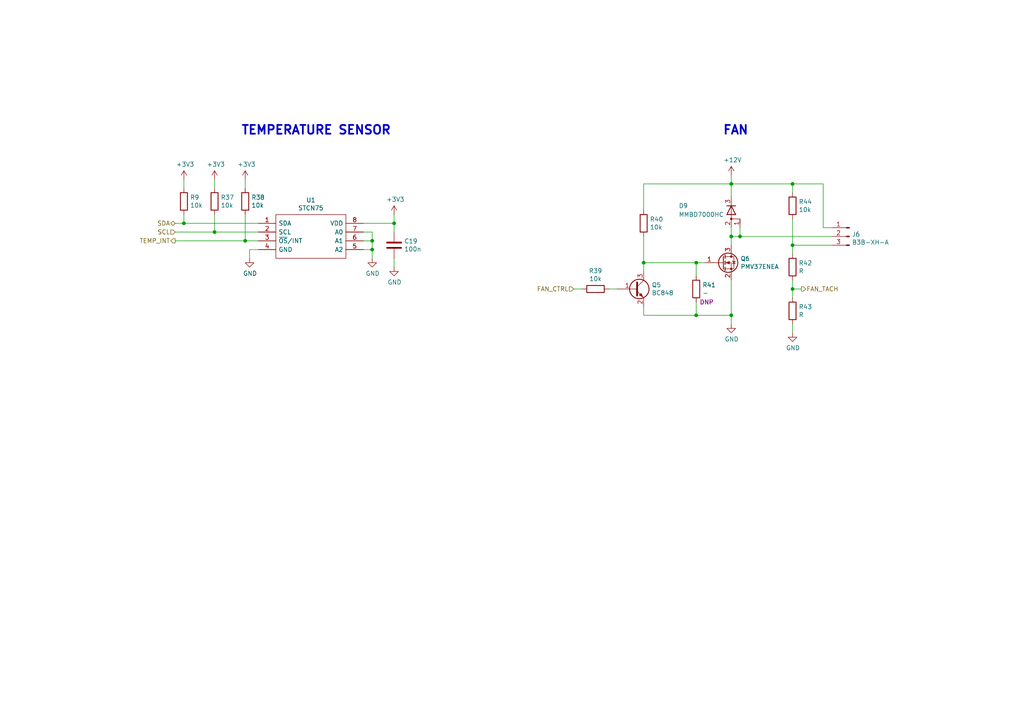
<source format=kicad_sch>
(kicad_sch (version 20211123) (generator eeschema)
  (paper "A4")
  (title_block (title "PRS Cooling") (date "2021-10-12") (rev "1.0") (company "Deeply Embedded OÜ") (comment 1 "Designed by: Priit Tänav"))
  (lib_symbols
    (symbol "Connector:Conn_01x03_Male" (pin_names (offset 1.016) hide)
      (property "Reference" "J" (at 0 5.08 0))
      (property "Value" "Conn_01x03_Male" (at 0 -5.08 0))
      (symbol "Conn_01x03_Male_1_1"
        (polyline (pts (xy 1.27 -2.54) (xy 0.8636 -2.54)) (stroke (width 0.1524)))
        (polyline (pts (xy 1.27 0) (xy 0.8636 0)) (stroke (width 0.1524)))
        (polyline (pts (xy 1.27 2.54) (xy 0.8636 2.54)) (stroke (width 0.1524)))
        (rectangle (start 0.8636 -2.413) (end 0 -2.667) (stroke (width 0.1524)) (fill (type outline)))
        (rectangle (start 0.8636 0.127) (end 0 -0.127) (stroke (width 0.1524)) (fill (type outline)))
        (rectangle (start 0.8636 2.667) (end 0 2.413) (stroke (width 0.1524)) (fill (type outline)))
        (pin passive line (at 5.08 2.54 180) (length 3.81) (name "Pin_1") (number "1"))
        (pin passive line (at 5.08 0 180) (length 3.81) (name "Pin_2") (number "2"))
        (pin passive line (at 5.08 -2.54 180) (length 3.81) (name "Pin_3") (number "3"))
      )
    )
    (symbol "Device:C" (pin_numbers hide) (pin_names (offset 0.254))
      (property "Reference" "C" (at 0.635 2.54 0))
      (property "Value" "C" (at 0.635 -2.54 0))
      (symbol "C_0_1"
        (polyline (pts (xy -2.032 -0.762) (xy 2.032 -0.762)) (stroke (width 0.508)))
        (polyline (pts (xy -2.032 0.762) (xy 2.032 0.762)) (stroke (width 0.508)))
      )
      (symbol "C_1_1"
        (pin passive line (at 0 3.81 270) (length 2.794) (name "~") (number "1"))
        (pin passive line (at 0 -3.81 90) (length 2.794) (name "~") (number "2"))
      )
    )
    (symbol "Device:D_AAK" (pin_names (offset 0) hide)
      (property "Reference" "D" (at 0 2.54 0))
      (property "Value" "D_AAK" (at 0 -2.54 0))
      (symbol "D_AAK_0_1"
        (polyline (pts (xy -1.27 1.27) (xy -1.27 -1.27)) (stroke (width 0.254)))
        (polyline (pts (xy 1.27 1.27) (xy 1.27 -1.27) (xy -1.27 0) (xy 1.27 1.27)) (stroke (width 0.254)))
        (polyline (pts (xy 3.81 2.54) (xy 2.54 2.54) (xy 2.54 0) (xy -1.27 0)))
        (circle (center 2.54 0) (radius 0.254) (fill (type outline)))
      )
      (symbol "D_AAK_1_1"
        (pin passive line (at 5.08 2.54 180) (length 2.54) (name "A") (number "1"))
        (pin passive line (at 5.08 0 180) (length 2.54) (name "A") (number "2"))
        (pin passive line (at -3.81 0 0) (length 2.54) (name "K") (number "3"))
      )
    )
    (symbol "Device:Q_NMOS_GSD" (pin_names (offset 0) hide)
      (property "Reference" "Q" (at 5.08 1.27 0))
      (property "Value" "Q_NMOS_GSD" (at 5.08 -1.27 0))
      (symbol "Q_NMOS_GSD_0_1"
        (polyline (pts (xy 0.254 0) (xy -2.54 0)))
        (polyline (pts (xy 0.254 1.905) (xy 0.254 -1.905)) (stroke (width 0.254)))
        (polyline (pts (xy 0.762 -1.27) (xy 0.762 -2.286)) (stroke (width 0.254)))
        (polyline (pts (xy 0.762 0.508) (xy 0.762 -0.508)) (stroke (width 0.254)))
        (polyline (pts (xy 0.762 2.286) (xy 0.762 1.27)) (stroke (width 0.254)))
        (polyline (pts (xy 2.54 2.54) (xy 2.54 1.778)))
        (polyline (pts (xy 2.54 -2.54) (xy 2.54 0) (xy 0.762 0)))
        (polyline (pts (xy 0.762 -1.778) (xy 3.302 -1.778) (xy 3.302 1.778) (xy 0.762 1.778)))
        (polyline (pts (xy 1.016 0) (xy 2.032 0.381) (xy 2.032 -0.381) (xy 1.016 0)) (fill (type outline)))
        (polyline (pts (xy 2.794 0.508) (xy 2.921 0.381) (xy 3.683 0.381) (xy 3.81 0.254)))
        (polyline (pts (xy 3.302 0.381) (xy 2.921 -0.254) (xy 3.683 -0.254) (xy 3.302 0.381)))
        (circle (center 1.651 0) (radius 2.794) (stroke (width 0.254)))
        (circle (center 2.54 -1.778) (radius 0.254) (fill (type outline)))
        (circle (center 2.54 1.778) (radius 0.254) (fill (type outline)))
      )
      (symbol "Q_NMOS_GSD_1_1"
        (pin input line (at -5.08 0 0) (length 2.54) (name "G") (number "1"))
        (pin passive line (at 2.54 -5.08 90) (length 2.54) (name "S") (number "2"))
        (pin passive line (at 2.54 5.08 270) (length 2.54) (name "D") (number "3"))
      )
    )
    (symbol "Device:Q_NPN_BEC" (pin_names (offset 0) hide)
      (property "Reference" "Q" (at 5.08 1.27 0))
      (property "Value" "Q_NPN_BEC" (at 5.08 -1.27 0))
      (symbol "Q_NPN_BEC_0_1"
        (polyline (pts (xy 0.635 0.635) (xy 2.54 2.54)))
        (polyline (pts (xy 0.635 -0.635) (xy 2.54 -2.54) (xy 2.54 -2.54)))
        (polyline (pts (xy 0.635 1.905) (xy 0.635 -1.905) (xy 0.635 -1.905)) (stroke (width 0.508)))
        (polyline (pts (xy 1.27 -1.778) (xy 1.778 -1.27) (xy 2.286 -2.286) (xy 1.27 -1.778) (xy 1.27 -1.778)) (fill (type outline)))
        (circle (center 1.27 0) (radius 2.8194) (stroke (width 0.254)))
      )
      (symbol "Q_NPN_BEC_1_1"
        (pin input line (at -5.08 0 0) (length 5.715) (name "B") (number "1"))
        (pin passive line (at 2.54 -5.08 90) (length 2.54) (name "E") (number "2"))
        (pin passive line (at 2.54 5.08 270) (length 2.54) (name "C") (number "3"))
      )
    )
    (symbol "Device:R" (pin_numbers hide) (pin_names (offset 0))
      (property "Reference" "R" (at 2.032 0 90))
      (property "Value" "R" (at 0 0 90))
      (symbol "R_0_1"
        (rectangle (start -1.016 -2.54) (end 1.016 2.54) (stroke (width 0.254)))
      )
      (symbol "R_1_1"
        (pin passive line (at 0 3.81 270) (length 1.27) (name "~") (number "1"))
        (pin passive line (at 0 -3.81 90) (length 1.27) (name "~") (number "2"))
      )
    )
    (symbol "PRS_relay_board-rescue:+3.3V-power" (power) (pin_names (offset 0))
      (property "Value" "+3.3V-power" (at 0 3.556 0))
      (symbol "+3.3V-power_0_1"
        (polyline (pts (xy -0.762 1.27) (xy 0 2.54)))
        (polyline (pts (xy 0 0) (xy 0 2.54)))
        (polyline (pts (xy 0 2.54) (xy 0.762 1.27)))
      )
      (symbol "+3.3V-power_1_1"
        (pin power_in line (at 0 0 90) (length 0) hide (name "+3V3") (number "1"))
      )
    )
    (symbol "R_1" (pin_numbers hide) (pin_names (offset 0))
      (property "Reference" "R41" (at 1.778 1.1684 0))
      (property "Value" "R_1" (at 1.778 -1.143 0))
      (property "Comment" "DNP" (at 5.08 -3.81 0))
      (symbol "R_1_0_1"
        (rectangle (start -1.016 -2.54) (end 1.016 2.54) (stroke (width 0.254)))
      )
      (symbol "R_1_1_1"
        (pin passive line (at 0 3.81 270) (length 1.27) (name "~") (number "1"))
        (pin passive line (at 0 -3.81 90) (length 1.27) (name "~") (number "2"))
      )
    )
    (symbol "STCN75:STCN75" (pin_names (offset 0.762))
      (property "Reference" "IC" (at 26.67 7.62 0))
      (property "Value" "STCN75" (at 26.67 5.08 0))
      (symbol "STCN75_0_0"
        (pin passive line (at 0 0 0) (length 5.08) (name "SDA") (number "1"))
        (pin passive line (at 0 -2.54 0) (length 5.08) (name "SCL") (number "2"))
        (pin passive line (at 0 -5.08 0) (length 5.08) (name "~{OS}/INT") (number "3"))
        (pin passive line (at 0 -7.62 0) (length 5.08) (name "GND") (number "4"))
        (pin passive line (at 30.48 -7.62 180) (length 5.08) (name "A2") (number "5"))
        (pin passive line (at 30.48 -5.08 180) (length 5.08) (name "A1") (number "6"))
        (pin passive line (at 30.48 -2.54 180) (length 5.08) (name "A0") (number "7"))
        (pin passive line (at 30.48 0 180) (length 5.08) (name "VDD") (number "8"))
      )
      (symbol "STCN75_0_1"
        (polyline (pts (xy 5.08 2.54) (xy 25.4 2.54) (xy 25.4 -10.16) (xy 5.08 -10.16) (xy 5.08 2.54)) (stroke (width 0.1524)))
      )
    )
    (symbol "power:+12V" (power) (pin_names (offset 0))
      (property "Value" "+12V" (at 0 3.556 0))
      (symbol "+12V_0_1"
        (polyline (pts (xy -0.762 1.27) (xy 0 2.54)))
        (polyline (pts (xy 0 0) (xy 0 2.54)))
        (polyline (pts (xy 0 2.54) (xy 0.762 1.27)))
      )
      (symbol "+12V_1_1"
        (pin power_in line (at 0 0 90) (length 0) hide (name "+12V") (number "1"))
      )
    )
    (symbol "power:GND" (power) (pin_names (offset 0))
      (property "Value" "GND" (at 0 -3.81 0))
      (symbol "GND_0_1"
        (polyline (pts (xy 0 0) (xy 0 -1.27) (xy 1.27 -1.27) (xy 0 -2.54) (xy -1.27 -1.27) (xy 0 -1.27)))
      )
      (symbol "GND_1_1"
        (pin power_in line (at 0 0 270) (length 0) hide (name "GND") (number "1"))
      )
    )
  )
  (junction (at 201.93 76.2))
  (junction (at 214.63 68.58))
  (junction (at 212.09 91.44))
  (junction (at 229.87 53.34))
  (junction (at 212.09 53.34))
  (junction (at 212.09 68.58))
  (junction (at 71.12 69.85))
  (junction (at 186.69 76.2))
  (junction (at 201.93 91.44))
  (junction (at 229.87 83.82))
  (junction (at 114.3 64.77))
  (junction (at 229.87 71.12))
  (junction (at 107.95 72.39))
  (junction (at 53.34 64.77))
  (junction (at 107.95 69.85))
  (junction (at 62.23 67.31))
  (wire (pts (xy 74.93 72.39) (xy 72.39 72.39)))
  (wire (pts (xy 201.93 91.44) (xy 212.09 91.44)))
  (wire (pts (xy 105.41 67.31) (xy 107.95 67.31)))
  (wire (pts (xy 71.12 54.61) (xy 71.12 52.07)))
  (wire (pts (xy 50.8 67.31) (xy 62.23 67.31)))
  (wire (pts (xy 62.23 54.61) (xy 62.23 52.07)))
  (wire (pts (xy 229.87 53.34) (xy 238.76 53.34)))
  (wire (pts (xy 186.69 91.44) (xy 201.93 91.44)))
  (wire (pts (xy 166.37 83.82) (xy 168.91 83.82)))
  (wire (pts (xy 241.3 66.04) (xy 238.76 66.04)))
  (wire (pts (xy 186.69 68.58) (xy 186.69 76.2)))
  (wire (pts (xy 107.95 69.85) (xy 107.95 72.39)))
  (wire (pts (xy 212.09 53.34) (xy 229.87 53.34)))
  (wire (pts (xy 71.12 69.85) (xy 50.8 69.85)))
  (wire (pts (xy 212.09 91.44) (xy 212.09 93.98)))
  (wire (pts (xy 186.69 88.9) (xy 186.69 91.44)))
  (wire (pts (xy 62.23 67.31) (xy 74.93 67.31)))
  (wire (pts (xy 212.09 53.34) (xy 186.69 53.34)))
  (wire (pts (xy 212.09 53.34) (xy 212.09 57.15)))
  (wire (pts (xy 212.09 53.34) (xy 212.09 50.8)))
  (wire (pts (xy 71.12 69.85) (xy 71.12 62.23)))
  (wire (pts (xy 176.53 83.82) (xy 179.07 83.82)))
  (wire (pts (xy 229.87 73.66) (xy 229.87 71.12)))
  (wire (pts (xy 214.63 68.58) (xy 212.09 68.58)))
  (wire (pts (xy 72.39 72.39) (xy 72.39 74.93)))
  (wire (pts (xy 105.41 72.39) (xy 107.95 72.39)))
  (wire (pts (xy 186.69 76.2) (xy 186.69 78.74)))
  (wire (pts (xy 114.3 62.23) (xy 114.3 64.77)))
  (wire (pts (xy 186.69 53.34) (xy 186.69 60.96)))
  (wire (pts (xy 229.87 83.82) (xy 232.41 83.82)))
  (wire (pts (xy 212.09 81.28) (xy 212.09 91.44)))
  (wire (pts (xy 74.93 69.85) (xy 71.12 69.85)))
  (wire (pts (xy 107.95 67.31) (xy 107.95 69.85)))
  (wire (pts (xy 212.09 66.04) (xy 212.09 68.58)))
  (wire (pts (xy 107.95 72.39) (xy 107.95 74.93)))
  (wire (pts (xy 105.41 69.85) (xy 107.95 69.85)))
  (wire (pts (xy 201.93 76.2) (xy 204.47 76.2)))
  (wire (pts (xy 229.87 71.12) (xy 229.87 63.5)))
  (wire (pts (xy 105.41 64.77) (xy 114.3 64.77)))
  (wire (pts (xy 53.34 54.61) (xy 53.34 52.07)))
  (wire (pts (xy 238.76 66.04) (xy 238.76 53.34)))
  (wire (pts (xy 186.69 76.2) (xy 201.93 76.2)))
  (wire (pts (xy 229.87 81.28) (xy 229.87 83.82)))
  (wire (pts (xy 229.87 83.82) (xy 229.87 86.36)))
  (wire (pts (xy 201.93 76.2) (xy 201.93 80.01)))
  (wire (pts (xy 62.23 67.31) (xy 62.23 62.23)))
  (wire (pts (xy 241.3 68.58) (xy 214.63 68.58)))
  (wire (pts (xy 53.34 64.77) (xy 50.8 64.77)))
  (wire (pts (xy 229.87 71.12) (xy 241.3 71.12)))
  (wire (pts (xy 114.3 77.47) (xy 114.3 74.93)))
  (wire (pts (xy 114.3 64.77) (xy 114.3 67.31)))
  (wire (pts (xy 201.93 87.63) (xy 201.93 91.44)))
  (wire (pts (xy 212.09 68.58) (xy 212.09 71.12)))
  (wire (pts (xy 214.63 68.58) (xy 214.63 66.04)))
  (wire (pts (xy 53.34 64.77) (xy 74.93 64.77)))
  (wire (pts (xy 229.87 93.98) (xy 229.87 96.52)))
  (wire (pts (xy 229.87 53.34) (xy 229.87 55.88)))
  (wire (pts (xy 53.34 64.77) (xy 53.34 62.23)))
  (text "FAN" (at 209.55 39.37 0) (effects (font (size 2.54 2.54) (thickness 0.508) bold) (justify left bottom)))
  (text "TEMPERATURE SENSOR" (at 69.85 39.37 0) (effects (font (size 2.54 2.54) (thickness 0.508) bold) (justify left bottom)))
  (hierarchical_label "FAN_CTRL" (shape input) (at 166.37 83.82 180))
  (hierarchical_label "FAN_TACH" (shape output) (at 232.41 83.82 0))
  (hierarchical_label "SCL" (shape input) (at 50.8 67.31 180))
  (hierarchical_label "SDA" (shape bidirectional) (at 50.8 64.77 180))
  (hierarchical_label "TEMP_INT" (shape output) (at 50.8 69.85 180))
  (symbol (lib_id "Device:Q_NPN_BEC") (at 184.15 83.82 0) (unit 1)
    (property "Reference" "Q5" (at 189.0014 82.6516 0) (effects (justify left)))
    (property "Value" "BC848" (at 189.0014 84.963 0) (effects (justify left)))
    (property "Footprint" "Package_TO_SOT_SMD:SOT-23_Handsoldering" (effects hide))
  )
  (symbol (lib_id "Device:R") (at 172.72 83.82 270) (unit 1)
    (property "Reference" "R39" (at 172.72 78.5622 90))
    (property "Value" "10k" (at 172.72 80.8736 90))
    (property "Footprint" "Resistor_SMD:R_0603_1608Metric_Pad0.98x0.95mm_HandSolder" (effects hide))
    (property "Description" "RES 10k 5% 100mW 0603" (effects hide))
  )
  (symbol (lib_id "power:GND") (at 212.09 93.98 0) (unit 1)
    (property "Reference" "#PWR074" (effects hide))
    (property "Value" "GND" (at 212.217 98.3742 0))
  )
  (symbol (lib_id "Device:R") (at 186.69 64.77 0) (unit 1)
    (property "Reference" "R40" (at 188.468 63.6016 0) (effects (justify left)))
    (property "Value" "10k" (at 188.468 65.913 0) (effects (justify left)))
    (property "Footprint" "Resistor_SMD:R_0603_1608Metric_Pad0.98x0.95mm_HandSolder" (effects hide))
    (property "Description" "RES 10k 5% 100mW 0603" (effects hide))
  )
  (symbol (lib_name "R_1") (lib_id "Device:R") (at 201.93 83.82 0) (unit 1)
    (property "Reference" "R41" (at 203.708 82.6516 0) (effects (justify left)))
    (property "Value" "-" (at 203.708 84.963 0) (effects (justify left)))
    (property "Footprint" "Resistor_SMD:R_0603_1608Metric_Pad0.98x0.95mm_HandSolder" (effects hide))
    (property "Description" "-" (effects hide))
    (property "Comment" "DNP" (at 207.01 87.63 0) (effects (justify right)))
  )
  (symbol (lib_id "Device:D_AAK") (at 212.09 60.96 270) (unit 1)
    (property "Reference" "D9" (at 196.85 59.69 90) (effects (justify left)))
    (property "Value" "MMBD7000HC" (at 196.85 62.23 90) (effects (justify left)))
    (property "Footprint" "Package_TO_SOT_SMD:SOT-23_Handsoldering" (effects hide))
  )
  (symbol (lib_id "Device:Q_NMOS_GSD") (at 209.55 76.2 0) (unit 1)
    (property "Reference" "Q6" (at 214.757 75.0316 0) (effects (justify left)))
    (property "Value" "PMV37ENEA" (at 214.757 77.343 0) (effects (justify left)))
    (property "Footprint" "Package_TO_SOT_SMD:SOT-23_Handsoldering" (effects hide))
  )
  (symbol (lib_id "power:+12V") (at 212.09 50.8 0) (unit 1)
    (property "Reference" "#PWR073" (effects hide))
    (property "Value" "+12V" (at 212.471 46.4058 0))
  )
  (symbol (lib_id "Device:R") (at 229.87 77.47 0) (unit 1)
    (property "Reference" "R42" (at 231.648 76.3016 0) (effects (justify left)))
    (property "Value" "R" (at 231.648 78.613 0) (effects (justify left)))
    (property "Footprint" "Resistor_SMD:R_0603_1608Metric_Pad0.98x0.95mm_HandSolder" (effects hide))
  )
  (symbol (lib_id "Device:R") (at 229.87 90.17 0) (unit 1)
    (property "Reference" "R43" (at 231.648 89.0016 0) (effects (justify left)))
    (property "Value" "R" (at 231.648 91.313 0) (effects (justify left)))
    (property "Footprint" "Resistor_SMD:R_0603_1608Metric_Pad0.98x0.95mm_HandSolder" (effects hide))
  )
  (symbol (lib_id "power:GND") (at 229.87 96.52 0) (unit 1)
    (property "Reference" "#PWR075" (effects hide))
    (property "Value" "GND" (at 229.997 100.9142 0))
  )
  (symbol (lib_id "Connector:Conn_01x03_Male") (at 246.38 68.58 0) (mirror y) (unit 1)
    (property "Reference" "J6" (at 247.0912 67.9704 0) (effects (justify right)))
    (property "Value" "B3B-XH-A" (at 247.0912 70.2818 0) (effects (justify right)))
    (property "Footprint" "Connector_JST:JST_XH_B3B-XH-A_1x03_P2.50mm_Vertical" (effects hide))
  )
  (symbol (lib_id "STCN75:STCN75") (at 74.93 64.77 0) (unit 1)
    (property "Reference" "U1" (at 90.17 58.039 0))
    (property "Value" "STCN75" (at 90.17 60.3504 0))
    (property "Footprint" "STCN75:SOP65P490X110-8N" (effects hide))
    (property "Datasheet" "http://www.st.com/content/ccc/resource/technical/document/datasheet/b1/27/38/ef/f4/62/47/37/CD00153589.pdf/files/CD00153589.pdf/jcr:content/translations/en.CD00153589.pdf" (effects hide))
    (property "Description" "Temperature Sensor Digital, Local -55C ~ 125C 8 b 8-MSOP" (effects hide))
    (property "Height" "1.1" (effects hide))
    (property "Manufacturer_Name" "STMicroelectronics" (effects hide))
    (property "Manufacturer_Part_Number" "STCN75" (effects hide))
  )
  (symbol (lib_id "Device:C") (at 114.3 71.12 0) (unit 1)
    (property "Reference" "C19" (at 117.221 69.9516 0) (effects (justify left)))
    (property "Value" "100n" (at 117.221 72.263 0) (effects (justify left)))
    (property "Footprint" "Capacitor_SMD:C_0603_1608Metric_Pad1.08x0.95mm_HandSolder" (effects hide))
    (property "Description" "CAP CER 100n 10% X7R 16V 0603" (effects hide))
  )
  (symbol (lib_id "PRS_relay_board-rescue:+3.3V-power") (at 114.3 62.23 0) (unit 1)
    (property "Reference" "#PWR071" (effects hide))
    (property "Value" "+3.3V" (at 114.681 57.8358 0))
  )
  (symbol (lib_id "power:GND") (at 114.3 77.47 0) (unit 1)
    (property "Reference" "#PWR072" (effects hide))
    (property "Value" "GND" (at 114.427 81.8642 0))
  )
  (symbol (lib_id "power:GND") (at 72.39 74.93 0) (unit 1)
    (property "Reference" "#PWR069" (effects hide))
    (property "Value" "GND" (at 72.517 79.3242 0))
  )
  (symbol (lib_id "Device:R") (at 62.23 58.42 0) (unit 1)
    (property "Reference" "R37" (at 64.008 57.2516 0) (effects (justify left)))
    (property "Value" "10k" (at 64.008 59.563 0) (effects (justify left)))
    (property "Footprint" "Resistor_SMD:R_0603_1608Metric_Pad0.98x0.95mm_HandSolder" (effects hide))
    (property "Description" "RES 10k 5% 100mW 0603" (effects hide))
  )
  (symbol (lib_id "PRS_relay_board-rescue:+3.3V-power") (at 62.23 52.07 0) (unit 1)
    (property "Reference" "#PWR024" (effects hide))
    (property "Value" "+3.3V" (at 62.611 47.6758 0))
  )
  (symbol (lib_id "Device:R") (at 53.34 58.42 0) (unit 1)
    (property "Reference" "R9" (at 55.118 57.2516 0) (effects (justify left)))
    (property "Value" "10k" (at 55.118 59.563 0) (effects (justify left)))
    (property "Footprint" "Resistor_SMD:R_0603_1608Metric_Pad0.98x0.95mm_HandSolder" (effects hide))
    (property "Description" "RES 10k 5% 100mW 0603" (effects hide))
  )
  (symbol (lib_id "PRS_relay_board-rescue:+3.3V-power") (at 53.34 52.07 0) (unit 1)
    (property "Reference" "#PWR011" (effects hide))
    (property "Value" "+3.3V" (at 53.721 47.6758 0))
  )
  (symbol (lib_id "power:GND") (at 107.95 74.93 0) (unit 1)
    (property "Reference" "#PWR070" (effects hide))
    (property "Value" "GND" (at 108.077 79.3242 0))
  )
  (symbol (lib_id "Device:R") (at 71.12 58.42 0) (unit 1)
    (property "Reference" "R38" (at 72.898 57.2516 0) (effects (justify left)))
    (property "Value" "10k" (at 72.898 59.563 0) (effects (justify left)))
    (property "Footprint" "Resistor_SMD:R_0603_1608Metric_Pad0.98x0.95mm_HandSolder" (effects hide))
    (property "Description" "RES 10k 5% 100mW 0603" (effects hide))
  )
  (symbol (lib_id "PRS_relay_board-rescue:+3.3V-power") (at 71.12 52.07 0) (unit 1)
    (property "Reference" "#PWR067" (effects hide))
    (property "Value" "+3.3V" (at 71.501 47.6758 0))
  )
  (symbol (lib_id "Device:R") (at 229.87 59.69 0) (unit 1)
    (property "Reference" "R44" (at 231.648 58.5216 0) (effects (justify left)))
    (property "Value" "10k" (at 231.648 60.833 0) (effects (justify left)))
    (property "Footprint" "Resistor_SMD:R_0603_1608Metric_Pad0.98x0.95mm_HandSolder" (effects hide))
    (property "Description" "RES 10k 5% 100mW 0603" (effects hide))
  )
)
</source>
